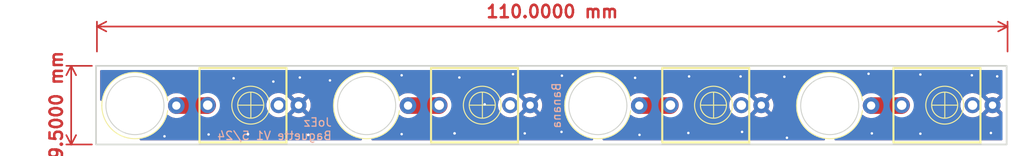
<source format=kicad_pcb>
(kicad_pcb (version 20240108) (generator "pcbnew") (generator_version "8.0")
  (layers (0 "F.Cu" signal) (31 "B.Cu" signal) (34 "B.Paste" user) (35 "F.Paste" user) (36 "B.SilkS" user "B.Silkscreen") (37 "F.SilkS" user "F.Silkscreen") (38 "B.Mask" user) (39 "F.Mask" user) (44 "Edge.Cuts" user))
  (net 0 "")
  (net 1 "/A")
  (net 2 "/B")
  (net 3 "/C")
  (net 4 "/D")
  (net 5 "GND")
  (footprint "4ms_Jack:EighthInch_PJ398SM" (layer "F.Cu") (at 192.89 98.76)
    (property "Reference" "JCe1" (hide yes))
    (property "Value" "3.5mm_Mono_Switched" (hide yes))
    (fp_line (start -1.5 0) (end 1.5 0) (stroke (width 0.12)) (layer "F.SilkS"))
    (fp_line (start 0 1.5) (end 0 -1.5) (stroke (width 0.12)) (layer "F.SilkS"))
    (fp_circle (center -0.0127 0) (end 1.5621 0) (stroke (width 0.127)) (fill none) (layer "F.SilkS"))
    (fp_circle (center -0.0127 0) (end 2.2733 0) (stroke (width 0.127)) (fill none) (layer "F.SilkS"))
    (fp_poly (pts (xy 4.3058 -4.5) (xy 4.3058 4.5) (xy -6.2022 4.5) (xy -6.2022 -4.5)) (stroke (width 0.254)) (fill none) (layer "F.SilkS"))
    (pad "1" thru_hole circle (at -5.207 0) (size 1.9304 1.9304) (drill 1.143) (layers "*.Cu" "*.Mask") (net 3 "/C"))
    (pad "2" thru_hole circle (at 5.7658 0) (size 1.9304 1.9304) (drill 0.889) (layers "*.Cu" "*.Mask") (net 5 "GND"))
    (pad "3" thru_hole circle (at 3.3528 0) (size 1.9304 1.9304) (drill 1.143) (layers "*.Cu" "*.Mask"))
  )
  (footprint "4ms_Jack:EighthInch_PJ398SM" (layer "F.Cu") (at 220.82 98.76)
    (property "Reference" "JDe1" (hide yes))
    (property "Value" "3.5mm_Mono_Switched" (hide yes))
    (fp_line (start -1.5 0) (end 1.5 0) (stroke (width 0.12)) (layer "F.SilkS"))
    (fp_line (start 0 1.5) (end 0 -1.5) (stroke (width 0.12)) (layer "F.SilkS"))
    (fp_circle (center -0.0127 0) (end 1.5621 0) (stroke (width 0.127)) (fill none) (layer "F.SilkS"))
    (fp_circle (center -0.0127 0) (end 2.2733 0) (stroke (width 0.127)) (fill none) (layer "F.SilkS"))
    (fp_poly (pts (xy 4.3058 -4.5) (xy 4.3058 4.5) (xy -6.2022 4.5) (xy -6.2022 -4.5)) (stroke (width 0.254)) (fill none) (layer "F.SilkS"))
    (pad "1" thru_hole circle (at -5.207 0) (size 1.9304 1.9304) (drill 1.143) (layers "*.Cu" "*.Mask") (net 4 "/D"))
    (pad "2" thru_hole circle (at 5.7658 0) (size 1.9304 1.9304) (drill 0.889) (layers "*.Cu" "*.Mask") (net 5 "GND"))
    (pad "3" thru_hole circle (at 3.3528 0) (size 1.9304 1.9304) (drill 1.143) (layers "*.Cu" "*.Mask"))
  )
  (footprint "4ms_Jack:EighthInch_PJ398SM" (layer "F.Cu") (at 164.96 98.76)
    (property "Reference" "JBe1" (hide yes))
    (property "Value" "3.5mm_Mono_Switched" (hide yes))
    (fp_line (start -1.5 0) (end 1.5 0) (stroke (width 0.12)) (layer "F.SilkS"))
    (fp_line (start 0 1.5) (end 0 -1.5) (stroke (width 0.12)) (layer "F.SilkS"))
    (fp_circle (center -0.0127 0) (end 1.5621 0) (stroke (width 0.127)) (fill none) (layer "F.SilkS"))
    (fp_circle (center -0.0127 0) (end 2.2733 0) (stroke (width 0.127)) (fill none) (layer "F.SilkS"))
    (fp_poly (pts (xy 4.3058 -4.5) (xy 4.3058 4.5) (xy -6.2022 4.5) (xy -6.2022 -4.5)) (stroke (width 0.254)) (fill none) (layer "F.SilkS"))
    (pad "1" thru_hole circle (at -5.207 0) (size 1.9304 1.9304) (drill 1.143) (layers "*.Cu" "*.Mask") (net 2 "/B"))
    (pad "2" thru_hole circle (at 5.7658 0) (size 1.9304 1.9304) (drill 0.889) (layers "*.Cu" "*.Mask") (net 5 "GND"))
    (pad "3" thru_hole circle (at 3.3528 0) (size 1.9304 1.9304) (drill 1.143) (layers "*.Cu" "*.Mask"))
  )
  (footprint "258d lib:Johnson_108-09XX-001" (layer "F.Cu") (at 206.92 98.81 90)
    (property "Reference" "JDb1" (hide yes))
    (property "Value" "Banana" (hide yes))
    (fp_arc (start 0 -4) (mid 3.988355 -0.305002) (end 0.608229 3.953487) (stroke (width 0.12)) (layer "F.SilkS"))
    (fp_arc (start -0.608229 3.953487) (mid -3.988355 -0.305002) (end 0 -4) (stroke (width 0.12)) (layer "F.SilkS"))
    (fp_circle (center 0 0) (end 3.508917 0) (stroke (width 0.12)) (fill none) (layer "Edge.Cuts"))
    (pad "1" thru_hole circle (at 0 5 270) (size 2 2) (drill 1) (layers "*.Cu" "*.Mask") (net 4 "/D"))
  )
  (footprint "4ms_Jack:EighthInch_PJ398SM" (layer "F.Cu") (at 136.99 98.76)
    (property "Reference" "JAe1" (hide yes))
    (property "Value" "3.5mm_Mono_Switched" (hide yes))
    (fp_line (start -1.5 0) (end 1.5 0) (stroke (width 0.12)) (layer "F.SilkS"))
    (fp_line (start 0 1.5) (end 0 -1.5) (stroke (width 0.12)) (layer "F.SilkS"))
    (fp_circle (center -0.0127 0) (end 1.5621 0) (stroke (width 0.127)) (fill none) (layer "F.SilkS"))
    (fp_circle (center -0.0127 0) (end 2.2733 0) (stroke (width 0.127)) (fill none) (layer "F.SilkS"))
    (fp_poly (pts (xy 4.3058 -4.5) (xy 4.3058 4.5) (xy -6.2022 4.5) (xy -6.2022 -4.5)) (stroke (width 0.254)) (fill none) (layer "F.SilkS"))
    (pad "1" thru_hole circle (at -5.207 0) (size 1.9304 1.9304) (drill 1.143) (layers "*.Cu" "*.Mask") (net 1 "/A"))
    (pad "2" thru_hole circle (at 5.7658 0) (size 1.9304 1.9304) (drill 0.889) (layers "*.Cu" "*.Mask") (net 5 "GND"))
    (pad "3" thru_hole circle (at 3.3528 0) (size 1.9304 1.9304) (drill 1.143) (layers "*.Cu" "*.Mask"))
  )
  (footprint "258d lib:Johnson_108-09XX-001" (layer "F.Cu") (at 178.91 98.81 90)
    (property "Reference" "JCb1" (hide yes))
    (property "Value" "Banana" (at 0 -5 270) (layer "B.SilkS") (effects (justify mirror)))
    (fp_arc (start 0 -4) (mid 3.988355 -0.305002) (end 0.608229 3.953487) (stroke (width 0.12)) (layer "F.SilkS"))
    (fp_arc (start -0.608229 3.953487) (mid -3.988355 -0.305002) (end 0 -4) (stroke (width 0.12)) (layer "F.SilkS"))
    (fp_circle (center 0 0) (end 3.508917 0) (stroke (width 0.12)) (fill none) (layer "Edge.Cuts"))
    (pad "1" thru_hole circle (at 0 5 270) (size 2 2) (drill 1) (layers "*.Cu" "*.Mask") (net 3 "/C"))
  )
  (footprint "258d lib:Johnson_108-09XX-001" (layer "F.Cu") (at 122.99 98.81 90)
    (property "Reference" "JAb1" (hide yes))
    (property "Value" "Banana" (hide yes))
    (fp_arc (start 0 -4) (mid 3.988355 -0.305002) (end 0.608229 3.953487) (stroke (width 0.12)) (layer "F.SilkS"))
    (fp_arc (start -0.608229 3.953487) (mid -3.988355 -0.305002) (end 0 -4) (stroke (width 0.12)) (layer "F.SilkS"))
    (fp_circle (center 0 0) (end 3.508917 0) (stroke (width 0.12)) (fill none) (layer "Edge.Cuts"))
    (pad "1" thru_hole circle (at 0 5 270) (size 2 2) (drill 1) (layers "*.Cu" "*.Mask") (net 1 "/A"))
  )
  (footprint "258d lib:Johnson_108-09XX-001" (layer "F.Cu") (at 150.98 98.81 90)
    (property "Reference" "JBb1" (hide yes))
    (property "Value" "Banana" (hide yes))
    (fp_arc (start 0 -4) (mid 3.988355 -0.305002) (end 0.608229 3.953487) (stroke (width 0.12)) (layer "F.SilkS"))
    (fp_arc (start -0.608229 3.953487) (mid -3.988355 -0.305002) (end 0 -4) (stroke (width 0.12)) (layer "F.SilkS"))
    (fp_circle (center 0 0) (end 3.508917 0) (stroke (width 0.12)) (fill none) (layer "Edge.Cuts"))
    (pad "1" thru_hole circle (at 0 5 270) (size 2 2) (drill 1) (layers "*.Cu" "*.Mask") (net 2 "/B"))
  )
  (gr_rect (start 118.29 94.01) (end 228.29 103.51) (stroke (width 0.2)) (fill none) (layer "Edge.Cuts"))
  (gr_text "JoEz\nBaguette V1 5/24" (at 146.85 103.03 0) (layer "B.SilkS") (effects (font (size 1 1)) (justify left bottom mirror)))
  (dimension (type aligned) (layer "F.Cu") (pts (xy 118.29 94.01) (xy 118.29 103.51)) (height 3) (gr_text "9.5000 mm" (at 113.49 98.76 90) (layer "F.Cu") (effects (font (size 1.5 1.5) (thickness 0.3)))) (format (prefix "") (suffix "") (units 3) (units_format 1) (precision 4)) (style (thickness 0.2) (arrow_length 1.27) (text_position_mode 0) (extension_height 0.58642) (extension_offset 0.5) keep_text_aligned))
  (dimension (type aligned) (layer "F.Cu") (pts (xy 118.4 92.78) (xy 228.4 92.78)) (height -3.52) (gr_text "110.0000 mm" (at 173.4 87.46 0) (layer "F.Cu") (effects (font (size 1.5 1.5) (thickness 0.3)))) (format (prefix "") (suffix "") (units 3) (units_format 1) (precision 4)) (style (thickness 0.2) (arrow_length 1.27) (text_position_mode 0) (extension_height 0.58642) (extension_offset 0.5) keep_text_aligned))
  (segment (start 127.99 98.81) (end 131.733 98.81) (width 2) (layer "F.Cu") (net 1))
  (segment (start 131.713 98.71) (end 131.773 98.77) (width 0.2) (layer "F.Cu") (net 1))
  (segment (start 131.733 98.81) (end 131.783 98.76) (width 2) (layer "F.Cu") (net 1))
  (segment (start 159.703 98.81) (end 159.753 98.76) (width 2) (layer "F.Cu") (net 2))
  (segment (start 155.98 98.81) (end 159.703 98.81) (width 2) (layer "F.Cu") (net 2))
  (segment (start 187.633 98.81) (end 187.683 98.76) (width 2) (layer "F.Cu") (net 3))
  (segment (start 183.91 98.81) (end 187.633 98.81) (width 2) (layer "F.Cu") (net 3))
  (segment (start 211.92 98.81) (end 215.563 98.81) (width 2) (layer "F.Cu") (net 4))
  (segment (start 215.563 98.81) (end 215.613 98.76) (width 2) (layer "F.Cu") (net 4))
  (via (at 183.41 95.46) (size 0.6) (drill 0.3) (layers "F.Cu" "B.Cu") (net 5))
  (via (at 136.64 102.26) (size 0.6) (drill 0.3) (layers "F.Cu" "B.Cu") (net 5))
  (via (at 212.01 102.17) (size 0.6) (drill 0.3) (layers "F.Cu" "B.Cu") (net 5))
  (via (at 161.6 102.17) (size 0.6) (drill 0.3) (layers "F.Cu" "B.Cu") (net 5))
  (via (at 162.18 95.42) (size 0.6) (drill 0.3) (layers "F.Cu" "B.Cu") (net 5))
  (via (at 174.52 101.99) (size 0.6) (drill 0.3) (layers "F.Cu" "B.Cu") (net 5))
  (via (at 165.24 98.66) (size 0.6) (drill 0.3) (layers "F.Cu" "B.Cu") (net 5))
  (via (at 196.15 95.29) (size 0.6) (drill 0.3) (layers "F.Cu" "B.Cu") (net 5))
  (via (at 155.21 102.26) (size 0.6) (drill 0.3) (layers "F.Cu" "B.Cu") (net 5))
  (via (at 136.64 102.26) (size 0.6) (drill 0.3) (layers "F.Cu" "B.Cu") (net 5))
  (via (at 143.93 102.35) (size 0.6) (drill 0.3) (layers "F.Cu" "B.Cu") (net 5))
  (via (at 174.57 95.2) (size 0.6) (drill 0.3) (layers "F.Cu" "B.Cu") (net 5))
  (via (at 196.33 101.99) (size 0.6) (drill 0.3) (layers "F.Cu" "B.Cu") (net 5))
  (via (at 134.91 95.51) (size 0.6) (drill 0.3) (layers "F.Cu" "B.Cu") (net 5))
  (via (at 226.39 102.12) (size 0.6) (drill 0.3) (layers "F.Cu" "B.Cu") (net 5))
  (via (at 155.21 95.15) (size 0.6) (drill 0.3) (layers "F.Cu" "B.Cu") (net 5))
  (via (at 227.15 95.28) (size 0.6) (drill 0.3) (layers "F.Cu" "B.Cu") (net 5))
  (via (at 126.56 102.52) (size 0.6) (drill 0.3) (layers "F.Cu" "B.Cu") (net 5))
  (via (at 217.87 102.21) (size 0.6) (drill 0.3) (layers "F.Cu" "B.Cu") (net 5))
  (via (at 189.84 102.12) (size 0.6) (drill 0.3) (layers "F.Cu" "B.Cu") (net 5))
  (via (at 143.93 102.35) (size 0.6) (drill 0.3) (layers "F.Cu" "B.Cu") (net 5))
  (via (at 139.71 95.91) (size 0.6) (drill 0.3) (layers "F.Cu" "B.Cu") (net 5))
  (via (at 189.93 95.29) (size 0.6) (drill 0.3) (layers "F.Cu" "B.Cu") (net 5))
  (via (at 201.44 95.33) (size 0.6) (drill 0.3) (layers "F.Cu" "B.Cu") (net 5))
  (via (at 183.94 102.35) (size 0.6) (drill 0.3) (layers "F.Cu" "B.Cu") (net 5))
  (via (at 161.6 102.17) (size 0.6) (drill 0.3) (layers "F.Cu" "B.Cu") (net 5))
  (via (at 146.55 95.77) (size 0.6) (drill 0.3) (layers "F.Cu" "B.Cu") (net 5))
  (via (at 170.08 102.17) (size 0.6) (drill 0.3) (layers "F.Cu" "B.Cu") (net 5))
  (via (at 201.75 102.7) (size 0.6) (drill 0.3) (layers "F.Cu" "B.Cu") (net 5))
  (via (at 142.91 95.42) (size 0.6) (drill 0.3) (layers "F.Cu" "B.Cu") (net 5))
  (via (at 211.61 94.97) (size 0.6) (drill 0.3) (layers "F.Cu" "B.Cu") (net 5))
  (via (at 224.09 95.15) (size 0.6) (drill 0.3) (layers "F.Cu" "B.Cu") (net 5))
  (via (at 131.89 102.3) (size 0.6) (drill 0.3) (layers "F.Cu" "B.Cu") (net 5))
  (via (at 168.66 95.02) (size 0.6) (drill 0.3) (layers "F.Cu" "B.Cu") (net 5))
  (via (at 217.87 95.06) (size 0.6) (drill 0.3) (layers "F.Cu" "B.Cu") (net 5))
  (zone (net 5) (net_name "GND") (layers "F&B.Cu") (connect_pads (clearance 0.5)) (min_thickness 0.25) (fill yes (thermal_gap 0.5) (thermal_bridge_width 0.5))
    (polygon (pts (xy 117.51 91.6) (xy 230.29 91.98) (xy 230.41 104.94) (xy 117.16 104.44)))
  )
)
</source>
